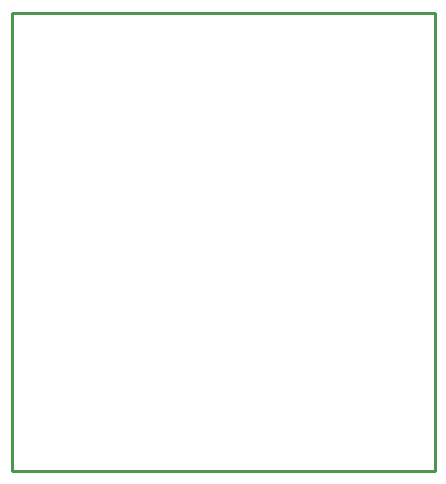
<source format=gko>
G04 ---------------------------- Layer name :KeepOutLayer*
G04 EasyEDA v5.8.22, Thu, 27 Dec 2018 18:25:07 GMT*
G04 83e352a6ecc44a8a847cc623543be36f*
G04 Gerber Generator version 0.2*
G04 Scale: 100 percent, Rotated: No, Reflected: No *
G04 Dimensions in millimeters *
G04 leading zeros omitted , absolute positions ,3 integer and 3 decimal *
%FSLAX33Y33*%
%MOMM*%
G90*
G71D02*

%ADD10C,0.254000*%
G54D10*
G01X0Y38811D02*
G01X35763Y38811D01*
G01X35763Y0D01*
G01X0Y0D01*
G01X0Y38811D01*

%LPD*%
M00*
M02*

</source>
